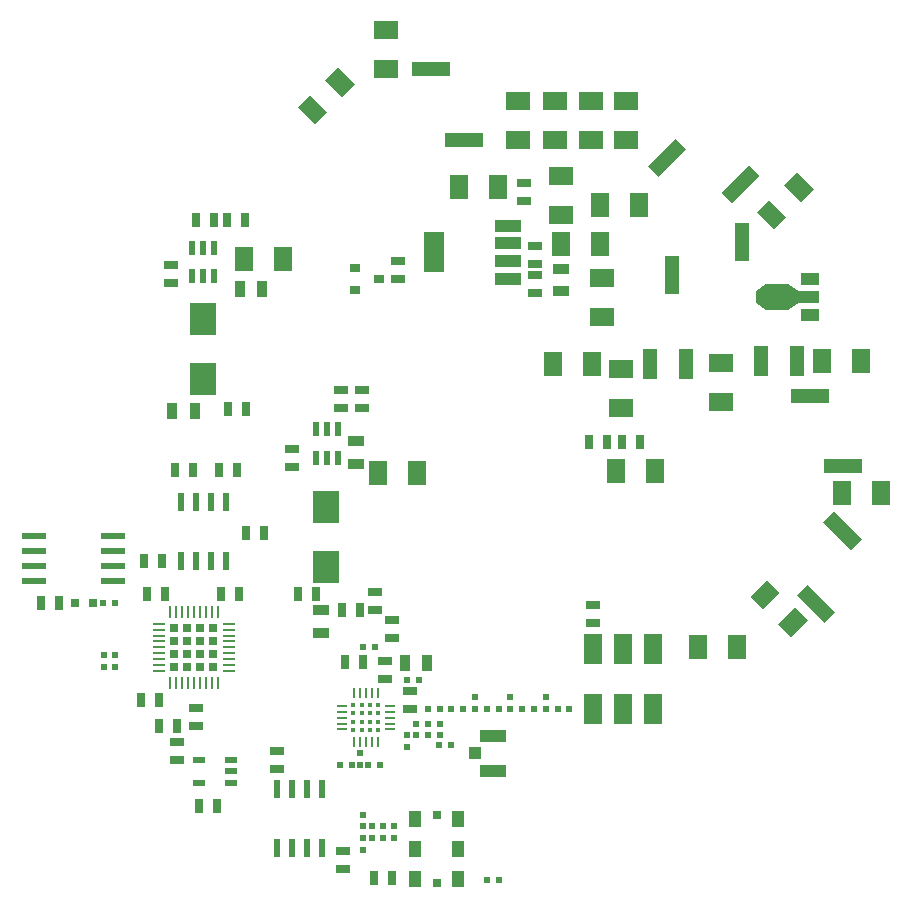
<source format=gtp>
G04 #@! TF.FileFunction,Paste,Top*
%FSLAX46Y46*%
G04 Gerber Fmt 4.6, Leading zero omitted, Abs format (unit mm)*
G04 Created by KiCad (PCBNEW 4.0.7) date 06/12/18 23:46:00*
%MOMM*%
%LPD*%
G01*
G04 APERTURE LIST*
%ADD10C,0.100000*%
%ADD11R,1.524000X2.032000*%
%ADD12R,0.500000X1.300000*%
%ADD13R,0.600000X0.500000*%
%ADD14R,0.635000X1.143000*%
%ADD15R,1.143000X0.635000*%
%ADD16R,0.707106X0.707106*%
%ADD17R,0.250000X1.050000*%
%ADD18R,1.050000X0.250000*%
%ADD19R,1.397000X0.889000*%
%ADD20R,2.032000X1.524000*%
%ADD21R,1.270000X3.300000*%
%ADD22R,1.500000X1.000000*%
%ADD23R,1.800000X1.000000*%
%ADD24R,1.840000X2.200000*%
%ADD25R,1.270000X2.540000*%
%ADD26R,0.600000X1.500000*%
%ADD27R,2.200000X1.000000*%
%ADD28R,1.800000X3.400000*%
%ADD29R,0.900000X0.800000*%
%ADD30R,2.200000X2.700000*%
%ADD31R,0.500000X0.600000*%
%ADD32R,0.459619X0.459619*%
%ADD33O,0.900000X0.250000*%
%ADD34O,0.250000X0.900000*%
%ADD35R,0.889000X1.397000*%
%ADD36R,3.300000X1.270000*%
%ADD37R,0.797560X0.797560*%
%ADD38R,1.100000X0.600000*%
%ADD39R,1.000000X1.400000*%
%ADD40R,0.800000X0.800000*%
%ADD41R,1.650000X2.540000*%
%ADD42R,2.200000X1.050000*%
%ADD43R,1.050000X1.000000*%
%ADD44R,2.000000X0.600000*%
G04 APERTURE END LIST*
D10*
G36*
X181846949Y-124959331D02*
X179513497Y-122625879D01*
X180411523Y-121727853D01*
X182744975Y-124061305D01*
X181846949Y-124959331D01*
X181846949Y-124959331D01*
G37*
G36*
X184088477Y-118772147D02*
X181755025Y-116438695D01*
X182653051Y-115540669D01*
X184986503Y-117874121D01*
X184088477Y-118772147D01*
X184088477Y-118772147D01*
G37*
D11*
X186651000Y-114000000D03*
X183349000Y-114000000D03*
D12*
X138750000Y-108600000D03*
X138750000Y-111000000D03*
X139700000Y-108600000D03*
X139700000Y-111000000D03*
X140650000Y-108600000D03*
X140650000Y-111000000D03*
D13*
X142500000Y-137000000D03*
X142500000Y-136000000D03*
D14*
X132274000Y-122500000D03*
X130750000Y-122500000D03*
D15*
X128600000Y-133724000D03*
X128600000Y-132200000D03*
D14*
X123988000Y-131500000D03*
X125512000Y-131500000D03*
X124476000Y-122500000D03*
X126000000Y-122500000D03*
D16*
X126804739Y-128695261D03*
X127902370Y-128695261D03*
X129000000Y-128695261D03*
X130097631Y-128695261D03*
X126804739Y-127597630D03*
X127902370Y-127597630D03*
X129000000Y-127597630D03*
X130097631Y-127597630D03*
X126804739Y-126500000D03*
X127902370Y-126500000D03*
X129000000Y-126500000D03*
X130097631Y-126500000D03*
X126804739Y-125402369D03*
X127902370Y-125402369D03*
X129000000Y-125402369D03*
X130097631Y-125402369D03*
D17*
X126451185Y-130023815D03*
X126951185Y-130023815D03*
X127451185Y-130023815D03*
X127951185Y-130023815D03*
X128451185Y-130023815D03*
X128951185Y-130023815D03*
X129451185Y-130023815D03*
X129951185Y-130023815D03*
X130451185Y-130023815D03*
D18*
X131426185Y-129048815D03*
X131426185Y-128548815D03*
X131426185Y-128048815D03*
X131426185Y-127548815D03*
X131426185Y-127048815D03*
X131426185Y-126548815D03*
X131426185Y-126048815D03*
X131426185Y-125548815D03*
X131426185Y-125048815D03*
D17*
X130451185Y-124073815D03*
X129951185Y-124073815D03*
X129451185Y-124073815D03*
X128951185Y-124073815D03*
X128451185Y-124073815D03*
X127951185Y-124073815D03*
X127451185Y-124073815D03*
X126951185Y-124073815D03*
X126451185Y-124073815D03*
D18*
X125476185Y-125048815D03*
X125476185Y-125548815D03*
X125476185Y-126048815D03*
X125476185Y-126548815D03*
X125476185Y-127048815D03*
X125476185Y-127548815D03*
X125476185Y-128048815D03*
X125476185Y-128548815D03*
X125476185Y-129048815D03*
D14*
X125774000Y-119750000D03*
X124250000Y-119750000D03*
D11*
X154200000Y-88100000D03*
X150898000Y-88100000D03*
D15*
X156400000Y-89224000D03*
X156400000Y-87700000D03*
D19*
X159500000Y-94995000D03*
X159500000Y-96900000D03*
D11*
X164200000Y-112100000D03*
X167502000Y-112100000D03*
X162152000Y-103050000D03*
X158850000Y-103050000D03*
D20*
X159500000Y-87100000D03*
X159500000Y-90402000D03*
D11*
X166151000Y-89600000D03*
X162849000Y-89600000D03*
D20*
X173100000Y-102998000D03*
X173100000Y-106300000D03*
D10*
G36*
X176309331Y-87103051D02*
X173975879Y-89436503D01*
X173077853Y-88538477D01*
X175411305Y-86205025D01*
X176309331Y-87103051D01*
X176309331Y-87103051D01*
G37*
G36*
X170122147Y-84861523D02*
X167788695Y-87194975D01*
X166890669Y-86296949D01*
X169224121Y-83963497D01*
X170122147Y-84861523D01*
X170122147Y-84861523D01*
G37*
D21*
X168920000Y-95495000D03*
X174880000Y-92705000D03*
D10*
G36*
X176924500Y-98500000D02*
X176074500Y-97900000D01*
X176074500Y-96900000D01*
X176924500Y-96300000D01*
X176924500Y-98500000D01*
X176924500Y-98500000D01*
G37*
D22*
X180646500Y-98900000D03*
D23*
X180500000Y-97400000D03*
D22*
X180646500Y-95900000D03*
D24*
X177833000Y-97400000D03*
D10*
G36*
X178742700Y-96300000D02*
X179742700Y-97000000D01*
X179742700Y-97800000D01*
X178742700Y-98500000D01*
X178742700Y-96300000D01*
X178742700Y-96300000D01*
G37*
D14*
X134400000Y-117400000D03*
X132876000Y-117400000D03*
D15*
X157300000Y-97024000D03*
X157300000Y-95500000D03*
X157300000Y-93076000D03*
X157300000Y-94600000D03*
D14*
X164676000Y-109700000D03*
X166200000Y-109700000D03*
X161900000Y-109700000D03*
X163424000Y-109700000D03*
D25*
X167052000Y-103050000D03*
X170100000Y-103050000D03*
X176500000Y-102800000D03*
X179548000Y-102800000D03*
D26*
X127345000Y-119750000D03*
X128615000Y-119750000D03*
X129885000Y-119750000D03*
X131155000Y-119750000D03*
X127345000Y-114750000D03*
X128615000Y-114750000D03*
X129885000Y-114750000D03*
X131155000Y-114750000D03*
D27*
X155050000Y-91350000D03*
X155050000Y-94350000D03*
D28*
X148750000Y-93600000D03*
D27*
X155050000Y-92850000D03*
X155050000Y-95850000D03*
D11*
X174401000Y-127000000D03*
X171099000Y-127000000D03*
D10*
G36*
X175575331Y-122762172D02*
X177012172Y-121325331D01*
X178089803Y-122402962D01*
X176652962Y-123839803D01*
X175575331Y-122762172D01*
X175575331Y-122762172D01*
G37*
G36*
X177910197Y-125097038D02*
X179347038Y-123660197D01*
X180424669Y-124737828D01*
X178987828Y-126174669D01*
X177910197Y-125097038D01*
X177910197Y-125097038D01*
G37*
D19*
X139200000Y-123895000D03*
X139200000Y-125800000D03*
D14*
X138762000Y-122500000D03*
X137238000Y-122500000D03*
D15*
X136800000Y-111762000D03*
X136800000Y-110238000D03*
D29*
X142100000Y-94900000D03*
X142100000Y-96800000D03*
X144100000Y-95850000D03*
D15*
X142650000Y-105226000D03*
X142650000Y-106750000D03*
X140900000Y-106774000D03*
X140900000Y-105250000D03*
D30*
X139600000Y-120250000D03*
X139600000Y-115150000D03*
D31*
X160250000Y-132250000D03*
X159250000Y-132250000D03*
D13*
X158250000Y-132250000D03*
X158250000Y-131250000D03*
X155250000Y-132250000D03*
X155250000Y-131250000D03*
D31*
X149200000Y-135300000D03*
X150200000Y-135300000D03*
D13*
X152250000Y-132250000D03*
X152250000Y-131250000D03*
D31*
X151250000Y-132250000D03*
X150250000Y-132250000D03*
X149250000Y-133500000D03*
X148250000Y-133500000D03*
D13*
X146500000Y-134500000D03*
X146500000Y-135500000D03*
D15*
X143800000Y-123900000D03*
X143800000Y-122376000D03*
D31*
X157250000Y-132250000D03*
X156250000Y-132250000D03*
X154250000Y-132250000D03*
X153250000Y-132250000D03*
X149250000Y-134500000D03*
X148250000Y-134500000D03*
D13*
X147250000Y-133500000D03*
X147250000Y-134500000D03*
D31*
X149250000Y-132250000D03*
X148250000Y-132250000D03*
D15*
X146750000Y-130750000D03*
X146750000Y-132274000D03*
D14*
X141000000Y-123900000D03*
X142524000Y-123900000D03*
D31*
X142750000Y-127000000D03*
X143750000Y-127000000D03*
D32*
X144070190Y-134070190D03*
X144070190Y-133356730D03*
X144070190Y-132643270D03*
X144070190Y-131929810D03*
X143356730Y-134070190D03*
X143356730Y-133356730D03*
X143356730Y-132643270D03*
X143356730Y-131929810D03*
X142643270Y-134070190D03*
X142643270Y-133356730D03*
X142643270Y-132643270D03*
X142643270Y-131929810D03*
X141929810Y-134070190D03*
X141929810Y-133356730D03*
X141929810Y-132643270D03*
X141929810Y-131929810D03*
D33*
X145050000Y-134000000D03*
X145050000Y-133500000D03*
X145050000Y-133000000D03*
X145050000Y-132500000D03*
X145050000Y-132000000D03*
D34*
X144000000Y-130950000D03*
X143500000Y-130950000D03*
X143000000Y-130950000D03*
X142500000Y-130950000D03*
X142000000Y-130950000D03*
D33*
X140950000Y-132000000D03*
X140950000Y-132500000D03*
X140950000Y-133000000D03*
X140950000Y-133500000D03*
X140950000Y-134000000D03*
D34*
X142000000Y-135050000D03*
X142500000Y-135050000D03*
X143000000Y-135050000D03*
X143500000Y-135050000D03*
X144000000Y-135050000D03*
D35*
X146295000Y-128400000D03*
X148200000Y-128400000D03*
D15*
X145250000Y-126262000D03*
X145250000Y-124738000D03*
X144600000Y-129724000D03*
X144600000Y-128200000D03*
D31*
X146500000Y-129800000D03*
X147500000Y-129800000D03*
D20*
X163000000Y-99100000D03*
X163000000Y-95798000D03*
D36*
X183395000Y-111730000D03*
X180605000Y-105770000D03*
D11*
X184902000Y-102800000D03*
X181600000Y-102800000D03*
D10*
G36*
X179505261Y-86807898D02*
X180942102Y-88244739D01*
X179864471Y-89322370D01*
X178427630Y-87885529D01*
X179505261Y-86807898D01*
X179505261Y-86807898D01*
G37*
G36*
X177170395Y-89142764D02*
X178607236Y-90579605D01*
X177529605Y-91657236D01*
X176092764Y-90220395D01*
X177170395Y-89142764D01*
X177170395Y-89142764D01*
G37*
D20*
X165000000Y-80798000D03*
X165000000Y-84100000D03*
X162100000Y-80798000D03*
X162100000Y-84100000D03*
X159000000Y-80798000D03*
X159000000Y-84100000D03*
X155900000Y-80800000D03*
X155900000Y-84102000D03*
D36*
X151295000Y-84080000D03*
X148505000Y-78120000D03*
D20*
X144700000Y-74798000D03*
X144700000Y-78100000D03*
D10*
G36*
X138679605Y-82757236D02*
X137242764Y-81320395D01*
X138320395Y-80242764D01*
X139757236Y-81679605D01*
X138679605Y-82757236D01*
X138679605Y-82757236D01*
G37*
G36*
X141014471Y-80422370D02*
X139577630Y-78985529D01*
X140655261Y-77907898D01*
X142092102Y-79344739D01*
X141014471Y-80422370D01*
X141014471Y-80422370D01*
G37*
D14*
X142774000Y-128250000D03*
X141250000Y-128250000D03*
D20*
X164600000Y-106800000D03*
X164600000Y-103498000D03*
D11*
X159498000Y-92900000D03*
X162800000Y-92900000D03*
D15*
X145700000Y-95900000D03*
X145700000Y-94376000D03*
D11*
X144000000Y-112300000D03*
X147302000Y-112300000D03*
D19*
X142200000Y-111505000D03*
X142200000Y-109600000D03*
D35*
X128505000Y-107000000D03*
X126600000Y-107000000D03*
D14*
X131300000Y-106900000D03*
X132824000Y-106900000D03*
D15*
X126500000Y-96162000D03*
X126500000Y-94638000D03*
D14*
X126876000Y-112000000D03*
X128400000Y-112000000D03*
X130600000Y-112000000D03*
X132124000Y-112000000D03*
X128600000Y-90900000D03*
X130124000Y-90900000D03*
X131238000Y-90900000D03*
X132762000Y-90900000D03*
D30*
X129200000Y-104350000D03*
X129200000Y-99250000D03*
D11*
X132698000Y-94200000D03*
X136000000Y-94200000D03*
D35*
X132347500Y-96700000D03*
X134252500Y-96700000D03*
D12*
X128250000Y-93200000D03*
X128250000Y-95600000D03*
X129200000Y-93200000D03*
X129200000Y-95600000D03*
X130150000Y-93200000D03*
X130150000Y-95600000D03*
D15*
X135500000Y-137362000D03*
X135500000Y-135838000D03*
D14*
X128900000Y-140500000D03*
X130424000Y-140500000D03*
D15*
X141100000Y-145800000D03*
X141100000Y-144276000D03*
D31*
X143500000Y-142200000D03*
X144500000Y-142200000D03*
X144500000Y-143200000D03*
X143500000Y-143200000D03*
D14*
X127000000Y-133700000D03*
X125476000Y-133700000D03*
X145200000Y-146600000D03*
X143676000Y-146600000D03*
D37*
X119900000Y-123250000D03*
X118401400Y-123250000D03*
D13*
X142800000Y-143200000D03*
X142800000Y-144200000D03*
X142800000Y-142200000D03*
X142800000Y-141200000D03*
D15*
X127000000Y-136624000D03*
X127000000Y-135100000D03*
D13*
X145400000Y-142200000D03*
X145400000Y-143200000D03*
D31*
X140800000Y-137000000D03*
X141800000Y-137000000D03*
X143200000Y-137000000D03*
X144200000Y-137000000D03*
X120800000Y-127700000D03*
X121800000Y-127700000D03*
X120800000Y-128700000D03*
X121800000Y-128700000D03*
X121750000Y-123250000D03*
X120750000Y-123250000D03*
D26*
X135495000Y-144000000D03*
X136765000Y-144000000D03*
X138035000Y-144000000D03*
X139305000Y-144000000D03*
X135495000Y-139000000D03*
X136765000Y-139000000D03*
X138035000Y-139000000D03*
X139305000Y-139000000D03*
D38*
X128900000Y-138500000D03*
X131600000Y-138500000D03*
X131600000Y-137550000D03*
X128900000Y-136600000D03*
X131600000Y-136600000D03*
D39*
X150850000Y-144100000D03*
X150850000Y-146640000D03*
X150850000Y-141560000D03*
X147150000Y-141560000D03*
X147150000Y-144100000D03*
X147150000Y-146640000D03*
D40*
X149000000Y-146965000D03*
X149000000Y-141235000D03*
D31*
X153250000Y-146750000D03*
X154250000Y-146750000D03*
D15*
X162250000Y-123476000D03*
X162250000Y-125000000D03*
D41*
X167330000Y-127170000D03*
X164790000Y-127170000D03*
X162250000Y-127170000D03*
X162250000Y-132250000D03*
X164790000Y-132250000D03*
X167330000Y-132250000D03*
D42*
X153750000Y-134525000D03*
X153750000Y-137475000D03*
D43*
X152225000Y-136000000D03*
D14*
X117024000Y-123250000D03*
X115500000Y-123250000D03*
D44*
X114875000Y-121405000D03*
X121625000Y-121405000D03*
X114875000Y-120135000D03*
X121625000Y-120135000D03*
X114875000Y-118865000D03*
X121625000Y-118865000D03*
X114875000Y-117595000D03*
X121625000Y-117595000D03*
M02*

</source>
